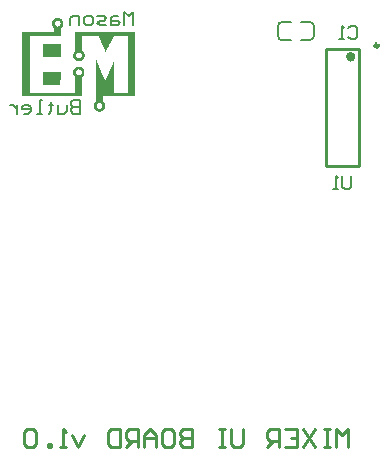
<source format=gbo>
G04*
G04 #@! TF.GenerationSoftware,Altium Limited,Altium Designer,24.7.2 (38)*
G04*
G04 Layer_Color=3326705*
%FSLAX44Y44*%
%MOMM*%
G71*
G04*
G04 #@! TF.SameCoordinates,4798D7E4-1403-4A70-8607-6B62460FE5A0*
G04*
G04*
G04 #@! TF.FilePolarity,Positive*
G04*
G01*
G75*
%ADD10C,0.2000*%
%ADD11C,0.2540*%
%ADD13C,0.1778*%
%ADD58C,0.3000*%
%ADD59C,0.4000*%
%ADD60C,0.2030*%
G36*
X353340Y-583565D02*
X338459D01*
Y-572255D01*
X353340D01*
Y-583565D01*
D02*
G37*
G36*
X353141Y-595866D02*
X353340D01*
Y-602414D01*
X353141D01*
Y-606977D01*
X338459D01*
Y-595866D01*
X344411D01*
Y-595668D01*
X348181D01*
Y-595866D01*
X348379D01*
Y-595668D01*
X348578D01*
Y-595866D01*
X350363D01*
Y-595668D01*
X353141D01*
Y-595866D01*
D02*
G37*
G36*
X415840Y-616501D02*
X415641D01*
Y-616699D01*
X389054D01*
Y-620866D01*
X389252D01*
Y-621065D01*
X389451D01*
Y-621263D01*
X389847D01*
Y-621461D01*
X390046D01*
Y-621858D01*
X390244D01*
Y-622057D01*
X390443D01*
Y-622453D01*
X390641D01*
Y-622850D01*
X390840D01*
Y-623446D01*
X391038D01*
Y-624438D01*
X391236D01*
Y-624834D01*
X391038D01*
Y-626025D01*
X390840D01*
Y-626620D01*
X390641D01*
Y-627017D01*
X390443D01*
Y-627414D01*
X390244D01*
Y-627612D01*
X390046D01*
Y-627811D01*
X389847D01*
Y-628208D01*
X389649D01*
Y-628406D01*
X389252D01*
Y-628604D01*
X389054D01*
Y-628803D01*
X388855D01*
Y-629001D01*
X388459D01*
Y-629199D01*
X388062D01*
Y-629398D01*
X387467D01*
Y-629596D01*
X385086D01*
Y-629398D01*
X384490D01*
Y-629199D01*
X384094D01*
Y-629001D01*
X383697D01*
Y-628803D01*
X383498D01*
Y-628604D01*
X383101D01*
Y-628406D01*
X382903D01*
Y-628208D01*
X382705D01*
Y-628009D01*
X382506D01*
Y-627811D01*
X382308D01*
Y-627414D01*
X382109D01*
Y-627215D01*
X381911D01*
Y-626819D01*
X381712D01*
Y-626223D01*
X381514D01*
Y-625628D01*
X381316D01*
Y-624041D01*
X381514D01*
Y-623049D01*
X381712D01*
Y-622652D01*
X381911D01*
Y-622255D01*
X382109D01*
Y-621858D01*
X382308D01*
Y-621660D01*
X382506D01*
Y-621461D01*
X382705D01*
Y-621263D01*
X382903D01*
Y-621065D01*
X383101D01*
Y-585350D01*
X383300D01*
Y-585747D01*
X383498D01*
Y-586144D01*
X383697D01*
Y-586739D01*
X383895D01*
Y-587136D01*
X384094D01*
Y-587533D01*
X384292D01*
Y-588128D01*
X384490D01*
Y-588525D01*
X384689D01*
Y-588922D01*
X384887D01*
Y-589517D01*
X385086D01*
Y-589914D01*
X385284D01*
Y-590311D01*
X385482D01*
Y-590906D01*
X385681D01*
Y-591303D01*
X385879D01*
Y-591898D01*
X386078D01*
Y-592295D01*
X386276D01*
Y-592692D01*
X386474D01*
Y-593287D01*
X386673D01*
Y-593684D01*
X386871D01*
Y-594081D01*
X387070D01*
Y-594676D01*
X387268D01*
Y-595073D01*
X387467D01*
Y-595668D01*
X387665D01*
Y-596065D01*
X387863D01*
Y-596461D01*
X388062D01*
Y-597057D01*
X388260D01*
Y-597453D01*
X388459D01*
Y-598049D01*
X388657D01*
Y-598446D01*
X388855D01*
Y-598842D01*
X389054D01*
Y-599438D01*
X389252D01*
Y-599834D01*
X389451D01*
Y-600231D01*
X389649D01*
Y-600826D01*
X389847D01*
Y-601223D01*
X390046D01*
Y-601819D01*
X390244D01*
Y-602215D01*
X390443D01*
Y-602811D01*
X390641D01*
Y-603208D01*
X390840D01*
Y-603604D01*
X391038D01*
Y-603208D01*
X391236D01*
Y-602811D01*
X391435D01*
Y-602414D01*
X391633D01*
Y-601819D01*
X391832D01*
Y-601422D01*
X392030D01*
Y-601025D01*
X392228D01*
Y-600628D01*
X392427D01*
Y-600033D01*
X392625D01*
Y-599636D01*
X392824D01*
Y-599239D01*
X393022D01*
Y-598644D01*
X393220D01*
Y-598247D01*
X393419D01*
Y-597850D01*
X393617D01*
Y-597453D01*
X393816D01*
Y-596858D01*
X394014D01*
Y-596461D01*
X394212D01*
Y-596065D01*
X394411D01*
Y-595668D01*
X394609D01*
Y-595073D01*
X394808D01*
Y-594676D01*
X395006D01*
Y-594279D01*
X395205D01*
Y-593882D01*
X395403D01*
Y-593287D01*
X395601D01*
Y-592890D01*
X395800D01*
Y-592493D01*
X395998D01*
Y-592096D01*
X396197D01*
Y-591501D01*
X396395D01*
Y-591104D01*
X396594D01*
Y-590708D01*
X396792D01*
Y-590112D01*
X396990D01*
Y-589715D01*
X397189D01*
Y-589319D01*
X397387D01*
Y-588922D01*
X397586D01*
Y-588326D01*
X397784D01*
Y-587930D01*
X397982D01*
Y-587533D01*
X398181D01*
Y-613922D01*
X410086D01*
Y-565311D01*
X398578D01*
Y-565708D01*
X398379D01*
Y-565906D01*
X398181D01*
Y-566303D01*
X397982D01*
Y-566699D01*
X397784D01*
Y-567096D01*
X397586D01*
Y-567493D01*
X397387D01*
Y-567890D01*
X397189D01*
Y-568287D01*
X396990D01*
Y-568485D01*
X396792D01*
Y-568882D01*
X396594D01*
Y-569279D01*
X396395D01*
Y-569676D01*
X396197D01*
Y-570073D01*
X395998D01*
Y-570469D01*
X395800D01*
Y-570866D01*
X395601D01*
Y-571065D01*
X395403D01*
Y-571461D01*
X395205D01*
Y-571858D01*
X395006D01*
Y-572255D01*
X394808D01*
Y-572652D01*
X394609D01*
Y-573049D01*
X394411D01*
Y-573446D01*
X394212D01*
Y-573644D01*
X394014D01*
Y-574041D01*
X393816D01*
Y-574438D01*
X393617D01*
Y-574834D01*
X393419D01*
Y-575231D01*
X393220D01*
Y-575628D01*
X393022D01*
Y-575826D01*
X392824D01*
Y-576223D01*
X392625D01*
Y-576620D01*
X392427D01*
Y-577017D01*
X392228D01*
Y-577414D01*
X392030D01*
Y-577811D01*
X391832D01*
Y-578009D01*
X391633D01*
Y-578406D01*
X391435D01*
Y-578803D01*
X391038D01*
Y-578208D01*
X390840D01*
Y-577811D01*
X390641D01*
Y-577414D01*
X390443D01*
Y-576819D01*
X390244D01*
Y-576422D01*
X390046D01*
Y-575826D01*
X389847D01*
Y-575430D01*
X389649D01*
Y-575033D01*
X389451D01*
Y-574438D01*
X389252D01*
Y-574041D01*
X389054D01*
Y-573446D01*
X388855D01*
Y-573049D01*
X388657D01*
Y-572652D01*
X388459D01*
Y-572057D01*
X388260D01*
Y-571660D01*
X388062D01*
Y-571263D01*
X387863D01*
Y-570668D01*
X387665D01*
Y-570271D01*
X387467D01*
Y-569676D01*
X387268D01*
Y-569279D01*
X387070D01*
Y-568882D01*
X386871D01*
Y-568287D01*
X386673D01*
Y-567890D01*
X386474D01*
Y-567295D01*
X386276D01*
Y-566898D01*
X386078D01*
Y-566501D01*
X385879D01*
Y-565906D01*
X385681D01*
Y-565509D01*
X371594D01*
Y-578208D01*
X371792D01*
Y-578406D01*
X371990D01*
Y-578604D01*
X372189D01*
Y-578803D01*
X372387D01*
Y-579001D01*
X372586D01*
Y-579199D01*
X372784D01*
Y-579596D01*
X372982D01*
Y-579795D01*
X373181D01*
Y-580390D01*
X373379D01*
Y-580787D01*
X373578D01*
Y-583366D01*
X373379D01*
Y-584160D01*
X373181D01*
Y-584358D01*
X372982D01*
Y-584755D01*
X372784D01*
Y-585152D01*
X372586D01*
Y-585350D01*
X372387D01*
Y-585549D01*
X372189D01*
Y-585747D01*
X371990D01*
Y-585946D01*
X371792D01*
Y-586144D01*
X371395D01*
Y-586342D01*
X371197D01*
Y-586541D01*
X370800D01*
Y-586739D01*
X370205D01*
Y-586938D01*
X369212D01*
Y-587136D01*
X368419D01*
Y-586938D01*
X367427D01*
Y-586739D01*
X366832D01*
Y-586541D01*
X366435D01*
Y-586342D01*
X366038D01*
Y-586144D01*
X365840D01*
Y-585946D01*
X365443D01*
Y-585747D01*
X365244D01*
Y-585549D01*
X365046D01*
Y-585152D01*
X364847D01*
Y-584953D01*
X364649D01*
Y-584755D01*
X364451D01*
Y-584358D01*
X364252D01*
Y-583961D01*
X364054D01*
Y-583168D01*
X363855D01*
Y-580985D01*
X364054D01*
Y-580390D01*
X364252D01*
Y-579795D01*
X364451D01*
Y-579398D01*
X364649D01*
Y-579199D01*
X364847D01*
Y-579001D01*
X365046D01*
Y-578803D01*
X365244D01*
Y-578604D01*
X365443D01*
Y-561938D01*
X415840D01*
Y-616501D01*
D02*
G37*
G36*
X351951Y-550430D02*
X352546D01*
Y-550628D01*
X352943D01*
Y-550826D01*
X353340D01*
Y-551025D01*
X353538D01*
Y-551223D01*
X353935D01*
Y-551422D01*
X354133D01*
Y-551620D01*
X354332D01*
Y-552017D01*
X354530D01*
Y-552215D01*
X354728D01*
Y-552414D01*
X354927D01*
Y-552811D01*
X355125D01*
Y-553208D01*
X355324D01*
Y-553803D01*
X355522D01*
Y-556382D01*
X355324D01*
Y-556779D01*
X355125D01*
Y-557374D01*
X354927D01*
Y-557573D01*
X354728D01*
Y-557969D01*
X354530D01*
Y-558168D01*
X354332D01*
Y-558366D01*
X354133D01*
Y-558565D01*
X353935D01*
Y-558763D01*
X353736D01*
Y-558961D01*
X353538D01*
Y-563326D01*
X353340D01*
Y-565311D01*
X327149D01*
Y-613922D01*
X365443D01*
Y-600033D01*
X365244D01*
Y-599834D01*
X365046D01*
Y-599636D01*
X364847D01*
Y-599438D01*
X364649D01*
Y-599041D01*
X364451D01*
Y-598842D01*
X364252D01*
Y-598446D01*
X364054D01*
Y-597850D01*
X363855D01*
Y-596660D01*
X363657D01*
Y-596065D01*
X363855D01*
Y-595073D01*
X364054D01*
Y-594477D01*
X364252D01*
Y-594081D01*
X364451D01*
Y-593684D01*
X364649D01*
Y-593485D01*
X364847D01*
Y-593287D01*
X365046D01*
Y-593088D01*
X365244D01*
Y-592890D01*
X365443D01*
Y-592692D01*
X365641D01*
Y-592493D01*
X365840D01*
Y-592295D01*
X366236D01*
Y-592096D01*
X366633D01*
Y-591898D01*
X367030D01*
Y-591699D01*
X368022D01*
Y-591501D01*
X369212D01*
Y-591699D01*
X370006D01*
Y-591898D01*
X370601D01*
Y-592096D01*
X370998D01*
Y-592295D01*
X371197D01*
Y-592493D01*
X371594D01*
Y-592692D01*
X371792D01*
Y-592890D01*
X371990D01*
Y-593088D01*
X372189D01*
Y-593287D01*
X372387D01*
Y-593485D01*
X372586D01*
Y-593882D01*
X372784D01*
Y-594279D01*
X372982D01*
Y-594676D01*
X373181D01*
Y-595271D01*
X373379D01*
Y-597652D01*
X373181D01*
Y-598247D01*
X372982D01*
Y-598644D01*
X372784D01*
Y-599041D01*
X372586D01*
Y-599239D01*
X372387D01*
Y-599636D01*
X372189D01*
Y-599834D01*
X371990D01*
Y-600033D01*
X371792D01*
Y-600231D01*
X371594D01*
Y-600430D01*
X371395D01*
Y-616699D01*
X340840D01*
Y-616501D01*
X320601D01*
Y-615112D01*
Y-614914D01*
Y-561938D01*
X347586D01*
Y-558565D01*
X347387D01*
Y-558366D01*
X347189D01*
Y-558168D01*
X346990D01*
Y-557969D01*
X346792D01*
Y-557771D01*
X346594D01*
Y-557374D01*
X346395D01*
Y-557176D01*
X346197D01*
Y-556581D01*
X345998D01*
Y-555588D01*
X345800D01*
Y-554398D01*
X345998D01*
Y-553604D01*
X346197D01*
Y-553009D01*
X346395D01*
Y-552612D01*
X346594D01*
Y-552215D01*
X346792D01*
Y-552017D01*
X346990D01*
Y-551819D01*
X347189D01*
Y-551620D01*
X347387D01*
Y-551422D01*
X347586D01*
Y-551223D01*
X347784D01*
Y-551025D01*
X348181D01*
Y-550826D01*
X348379D01*
Y-550628D01*
X348776D01*
Y-550430D01*
X349371D01*
Y-550231D01*
X351951D01*
Y-550430D01*
D02*
G37*
%LPC*%
G36*
X369411Y-579596D02*
X368022D01*
Y-579795D01*
X367427D01*
Y-579993D01*
X367228D01*
Y-580192D01*
X367030D01*
Y-580390D01*
X366832D01*
Y-580588D01*
X366633D01*
Y-580787D01*
X366435D01*
Y-581382D01*
X366236D01*
Y-582771D01*
X366435D01*
Y-583366D01*
X366633D01*
Y-583565D01*
X366832D01*
Y-583961D01*
X367228D01*
Y-584160D01*
X367427D01*
Y-584358D01*
X368022D01*
Y-584557D01*
X369411D01*
Y-584358D01*
X369808D01*
Y-584160D01*
X370205D01*
Y-583961D01*
X370403D01*
Y-583763D01*
X370601D01*
Y-583565D01*
X370800D01*
Y-583168D01*
X370998D01*
Y-582771D01*
X371197D01*
Y-581382D01*
X370998D01*
Y-580985D01*
X370800D01*
Y-580588D01*
X370601D01*
Y-580390D01*
X370403D01*
Y-580192D01*
X370205D01*
Y-579993D01*
X369808D01*
Y-579795D01*
X369411D01*
Y-579596D01*
D02*
G37*
G36*
X387070Y-622255D02*
X385482D01*
Y-622453D01*
X385086D01*
Y-622652D01*
X384689D01*
Y-622850D01*
X384490D01*
Y-623049D01*
X384292D01*
Y-623247D01*
X384094D01*
Y-623644D01*
X383895D01*
Y-624239D01*
X383697D01*
Y-625231D01*
X383895D01*
Y-625826D01*
X384094D01*
Y-626223D01*
X384292D01*
Y-626422D01*
X384490D01*
Y-626620D01*
X384689D01*
Y-626819D01*
X385086D01*
Y-627017D01*
X385482D01*
Y-627215D01*
X386871D01*
Y-627017D01*
X387467D01*
Y-626819D01*
X387665D01*
Y-626620D01*
X388062D01*
Y-626223D01*
X388260D01*
Y-626025D01*
X388459D01*
Y-625628D01*
X388657D01*
Y-623842D01*
X388459D01*
Y-623446D01*
X388260D01*
Y-623247D01*
X388062D01*
Y-622850D01*
X387665D01*
Y-622652D01*
X387467D01*
Y-622453D01*
X387070D01*
Y-622255D01*
D02*
G37*
G36*
X351752Y-552612D02*
X349967D01*
Y-552811D01*
X349570D01*
Y-553009D01*
X349173D01*
Y-553208D01*
X348974D01*
Y-553406D01*
X348776D01*
Y-553803D01*
X348578D01*
Y-554199D01*
X348379D01*
Y-555985D01*
X348578D01*
Y-556382D01*
X348776D01*
Y-556581D01*
X348974D01*
Y-556779D01*
X349173D01*
Y-556977D01*
X349371D01*
Y-557176D01*
X349768D01*
Y-557374D01*
X350165D01*
Y-557573D01*
X351355D01*
Y-557374D01*
X351951D01*
Y-557176D01*
X352347D01*
Y-556977D01*
X352546D01*
Y-556779D01*
X352744D01*
Y-556581D01*
X352943D01*
Y-556184D01*
X353141D01*
Y-555787D01*
X353340D01*
Y-554398D01*
X353141D01*
Y-554001D01*
X352943D01*
Y-553604D01*
X352744D01*
Y-553406D01*
X352546D01*
Y-553208D01*
X352347D01*
Y-553009D01*
X352149D01*
Y-552811D01*
X351752D01*
Y-552612D01*
D02*
G37*
G36*
X369212Y-593882D02*
X368022D01*
Y-594081D01*
X367625D01*
Y-594279D01*
X367228D01*
Y-594477D01*
X367030D01*
Y-594676D01*
X366832D01*
Y-594874D01*
X366633D01*
Y-595073D01*
X366435D01*
Y-595469D01*
X366236D01*
Y-597255D01*
X366435D01*
Y-597652D01*
X366633D01*
Y-598049D01*
X366832D01*
Y-598247D01*
X367030D01*
Y-598446D01*
X367427D01*
Y-598644D01*
X367625D01*
Y-598842D01*
X368419D01*
Y-599041D01*
X369014D01*
Y-598842D01*
X369808D01*
Y-598644D01*
X370006D01*
Y-598446D01*
X370403D01*
Y-598247D01*
X370601D01*
Y-598049D01*
X370800D01*
Y-597652D01*
X370998D01*
Y-597255D01*
X371197D01*
Y-595668D01*
X370998D01*
Y-595271D01*
X370800D01*
Y-594874D01*
X370601D01*
Y-594676D01*
X370403D01*
Y-594477D01*
X370205D01*
Y-594279D01*
X369808D01*
Y-594081D01*
X369212D01*
Y-593882D01*
D02*
G37*
%LPD*%
D10*
X567800Y-557440D02*
G03*
X563800Y-553440I-4000J0D01*
G01*
Y-569240D02*
G03*
X567800Y-565240I-0J4000D01*
G01*
X537100Y-565240D02*
G03*
X541100Y-569240I4000J0D01*
G01*
X541100Y-553440D02*
G03*
X537100Y-557440I0J-4000D01*
G01*
X556450Y-569240D02*
X563800D01*
X541100Y-569240D02*
X548450D01*
X541100Y-553440D02*
X548450D01*
X567800Y-565240D02*
Y-557440D01*
X537100Y-565240D02*
Y-557440D01*
X556450Y-553440D02*
X563800D01*
D11*
X605820Y-675860D02*
Y-576360D01*
X577820Y-675860D02*
Y-576360D01*
X605820D01*
X577820Y-675860D02*
X605820D01*
X596900Y-913130D02*
Y-897895D01*
X591822Y-902973D01*
X586743Y-897895D01*
Y-913130D01*
X581665Y-897895D02*
X576587D01*
X579126D01*
Y-913130D01*
X581665D01*
X576587D01*
X568969Y-897895D02*
X558812Y-913130D01*
Y-897895D02*
X568969Y-913130D01*
X543577Y-897895D02*
X553734D01*
Y-913130D01*
X543577D01*
X553734Y-905512D02*
X548656D01*
X538499Y-913130D02*
Y-897895D01*
X530881D01*
X528342Y-900434D01*
Y-905512D01*
X530881Y-908052D01*
X538499D01*
X533420D02*
X528342Y-913130D01*
X508029Y-897895D02*
Y-910591D01*
X505490Y-913130D01*
X500411D01*
X497872Y-910591D01*
Y-897895D01*
X492794D02*
X487715D01*
X490255D01*
Y-913130D01*
X492794D01*
X487715D01*
X464863Y-897895D02*
Y-913130D01*
X457245D01*
X454706Y-910591D01*
Y-908052D01*
X457245Y-905512D01*
X464863D01*
X457245D01*
X454706Y-902973D01*
Y-900434D01*
X457245Y-897895D01*
X464863D01*
X442010D02*
X447089D01*
X449628Y-900434D01*
Y-910591D01*
X447089Y-913130D01*
X442010D01*
X439471Y-910591D01*
Y-900434D01*
X442010Y-897895D01*
X434393Y-913130D02*
Y-902973D01*
X429314Y-897895D01*
X424236Y-902973D01*
Y-913130D01*
Y-905512D01*
X434393D01*
X419157Y-913130D02*
Y-897895D01*
X411540D01*
X409001Y-900434D01*
Y-905512D01*
X411540Y-908052D01*
X419157D01*
X414079D02*
X409001Y-913130D01*
X403922Y-897895D02*
Y-913130D01*
X396305D01*
X393766Y-910591D01*
Y-900434D01*
X396305Y-897895D01*
X403922D01*
X373452Y-902973D02*
X368374Y-913130D01*
X363296Y-902973D01*
X358217Y-913130D02*
X353139D01*
X355678D01*
Y-897895D01*
X358217Y-900434D01*
X345521Y-913130D02*
Y-910591D01*
X342982D01*
Y-913130D01*
X345521D01*
X332825Y-900434D02*
X330286Y-897895D01*
X325208D01*
X322669Y-900434D01*
Y-910591D01*
X325208Y-913130D01*
X330286D01*
X332825Y-910591D01*
Y-900434D01*
D13*
X599437Y-683897D02*
Y-693419D01*
X597533Y-695323D01*
X593724D01*
X591820Y-693419D01*
Y-683897D01*
X588011Y-695323D02*
X584202D01*
X586107D01*
Y-683897D01*
X588011Y-685801D01*
X596900Y-558801D02*
X598804Y-556897D01*
X602613D01*
X604518Y-558801D01*
Y-566419D01*
X602613Y-568323D01*
X598804D01*
X596900Y-566419D01*
X593091Y-568323D02*
X589282D01*
X591187D01*
Y-556897D01*
X593091Y-558801D01*
D58*
X622320Y-573610D02*
G03*
X622320Y-573610I-1500J0D01*
G01*
D59*
X600820Y-583110D02*
G03*
X600820Y-583110I-2000J0D01*
G01*
D60*
X414841Y-556257D02*
Y-544831D01*
X411032Y-548639D01*
X407224Y-544831D01*
Y-556257D01*
X401511Y-548639D02*
X397702D01*
X395798Y-550544D01*
Y-556257D01*
X401511D01*
X403415Y-554352D01*
X401511Y-552448D01*
X395798D01*
X391989Y-556257D02*
X386275D01*
X384371Y-554352D01*
X386275Y-552448D01*
X390084D01*
X391989Y-550544D01*
X390084Y-548639D01*
X384371D01*
X378658Y-556257D02*
X374849D01*
X372945Y-554352D01*
Y-550544D01*
X374849Y-548639D01*
X378658D01*
X380562Y-550544D01*
Y-554352D01*
X378658Y-556257D01*
X369136D02*
Y-548639D01*
X363423D01*
X361519Y-550544D01*
Y-556257D01*
X369841Y-619831D02*
Y-631257D01*
X364128D01*
X362224Y-629352D01*
Y-627448D01*
X364128Y-625544D01*
X369841D01*
X364128D01*
X362224Y-623639D01*
Y-621735D01*
X364128Y-619831D01*
X369841D01*
X358415Y-623639D02*
Y-629352D01*
X356511Y-631257D01*
X350797D01*
Y-623639D01*
X345084Y-621735D02*
Y-623639D01*
X346989D01*
X343180D01*
X345084D01*
Y-629352D01*
X343180Y-631257D01*
X337467D02*
X333658D01*
X335562D01*
Y-619831D01*
X337467D01*
X322232Y-631257D02*
X326040D01*
X327945Y-629352D01*
Y-625544D01*
X326040Y-623639D01*
X322232D01*
X320327Y-625544D01*
Y-627448D01*
X327945D01*
X316518Y-623639D02*
Y-631257D01*
Y-627448D01*
X314614Y-625544D01*
X312710Y-623639D01*
X310805D01*
M02*

</source>
